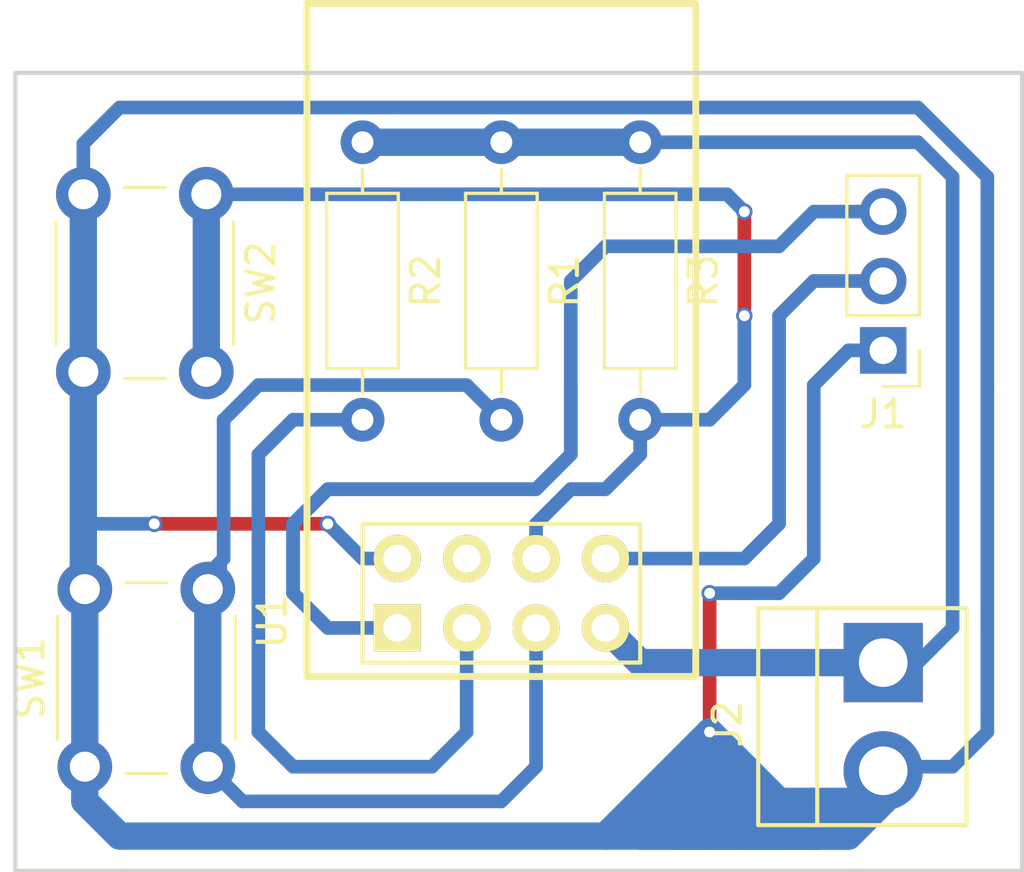
<source format=kicad_pcb>
(kicad_pcb (version 4) (host pcbnew 4.0.6)

  (general
    (links 19)
    (no_connects 0)
    (area 184.074999 77.394999 221.055001 106.755001)
    (thickness 1.6)
    (drawings 6)
    (tracks 189)
    (zones 0)
    (modules 8)
    (nets 9)
  )

  (page A4)
  (layers
    (0 F.Cu signal)
    (31 B.Cu signal)
    (32 B.Adhes user)
    (33 F.Adhes user)
    (34 B.Paste user)
    (35 F.Paste user)
    (36 B.SilkS user)
    (37 F.SilkS user)
    (38 B.Mask user)
    (39 F.Mask user)
    (40 Dwgs.User user)
    (41 Cmts.User user)
    (42 Eco1.User user)
    (43 Eco2.User user)
    (44 Edge.Cuts user)
    (45 Margin user)
    (46 B.CrtYd user)
    (47 F.CrtYd user)
    (48 B.Fab user)
    (49 F.Fab user)
  )

  (setup
    (last_trace_width 0.5)
    (user_trace_width 0.3)
    (user_trace_width 0.4)
    (user_trace_width 0.5)
    (user_trace_width 0.75)
    (user_trace_width 1)
    (user_trace_width 1.25)
    (user_trace_width 2)
    (user_trace_width 2.5)
    (trace_clearance 0.2)
    (zone_clearance 0.508)
    (zone_45_only no)
    (trace_min 0.2)
    (segment_width 0.2)
    (edge_width 0.15)
    (via_size 0.6)
    (via_drill 0.4)
    (via_min_size 0.4)
    (via_min_drill 0.3)
    (user_via 0.6 0.4)
    (user_via 0.8 0.4)
    (user_via 1 0.4)
    (user_via 1.2 0.4)
    (user_via 1.5 0.4)
    (uvia_size 0.3)
    (uvia_drill 0.1)
    (uvias_allowed no)
    (uvia_min_size 0.2)
    (uvia_min_drill 0.1)
    (pcb_text_width 0.3)
    (pcb_text_size 1.5 1.5)
    (mod_edge_width 0.15)
    (mod_text_size 1 1)
    (mod_text_width 0.15)
    (pad_size 1.524 1.524)
    (pad_drill 0.762)
    (pad_to_mask_clearance 0.2)
    (aux_axis_origin 0 0)
    (visible_elements 7FFFFFFF)
    (pcbplotparams
      (layerselection 0x00030_80000001)
      (usegerberextensions false)
      (excludeedgelayer true)
      (linewidth 0.100000)
      (plotframeref false)
      (viasonmask false)
      (mode 1)
      (useauxorigin false)
      (hpglpennumber 1)
      (hpglpenspeed 20)
      (hpglpendiameter 15)
      (hpglpenoverlay 2)
      (psnegative false)
      (psa4output false)
      (plotreference true)
      (plotvalue true)
      (plotinvisibletext false)
      (padsonsilk false)
      (subtractmaskfromsilk false)
      (outputformat 1)
      (mirror false)
      (drillshape 1)
      (scaleselection 1)
      (outputdirectory ""))
  )

  (net 0 "")
  (net 1 GNDREF)
  (net 2 "Net-(J1-Pad2)")
  (net 3 "Net-(J1-Pad3)")
  (net 4 +3V3)
  (net 5 "Net-(R1-Pad2)")
  (net 6 "Net-(R2-Pad2)")
  (net 7 "Net-(R3-Pad2)")
  (net 8 "Net-(U1-Pad4)")

  (net_class Default "Questo è il gruppo di collegamenti predefinito"
    (clearance 0.2)
    (trace_width 0.25)
    (via_dia 0.6)
    (via_drill 0.4)
    (uvia_dia 0.3)
    (uvia_drill 0.1)
    (add_net +3V3)
    (add_net GNDREF)
    (add_net "Net-(J1-Pad2)")
    (add_net "Net-(J1-Pad3)")
    (add_net "Net-(R1-Pad2)")
    (add_net "Net-(R2-Pad2)")
    (add_net "Net-(R3-Pad2)")
    (add_net "Net-(U1-Pad4)")
  )

  (net_class Custom ""
    (clearance 0.35)
    (trace_width 0.5)
    (via_dia 1.2)
    (via_drill 0.4)
    (uvia_dia 0.3)
    (uvia_drill 0.1)
  )

  (module ESP8266:ESP-01 (layer F.Cu) (tedit 577EF889) (tstamp 594BB4DC)
    (at 198.12 97.79 90)
    (descr "Module, ESP-8266, ESP-01, 8 pin")
    (tags "Module ESP-8266 ESP8266")
    (path /594AD322)
    (fp_text reference U1 (at 0.254 -4.572 90) (layer F.SilkS)
      (effects (font (size 1 1) (thickness 0.15)))
    )
    (fp_text value ESP-01v090 (at 12.192 3.556 90) (layer F.Fab)
      (effects (font (size 1 1) (thickness 0.15)))
    )
    (fp_line (start -1.778 -3.302) (end 22.86 -3.302) (layer F.SilkS) (width 0.254))
    (fp_line (start 22.86 -3.302) (end 22.86 10.922) (layer F.SilkS) (width 0.254))
    (fp_line (start 22.86 10.922) (end -1.778 10.922) (layer F.SilkS) (width 0.254))
    (fp_line (start -1.778 10.922) (end -1.778 -3.302) (layer F.SilkS) (width 0.254))
    (fp_line (start -1.778 -3.302) (end 22.86 -3.302) (layer F.Fab) (width 0.05))
    (fp_line (start 22.86 -3.302) (end 22.86 10.922) (layer F.Fab) (width 0.05))
    (fp_line (start 22.86 10.922) (end -1.778 10.922) (layer F.Fab) (width 0.05))
    (fp_line (start -1.778 10.922) (end -1.778 -3.302) (layer F.Fab) (width 0.05))
    (fp_line (start 1.27 -1.27) (end -1.27 -1.27) (layer F.SilkS) (width 0.1524))
    (fp_line (start -1.27 -1.27) (end -1.27 1.27) (layer F.SilkS) (width 0.1524))
    (fp_line (start -1.75 -1.75) (end -1.75 9.4) (layer F.CrtYd) (width 0.05))
    (fp_line (start 4.3 -1.75) (end 4.3 9.4) (layer F.CrtYd) (width 0.05))
    (fp_line (start -1.75 -1.75) (end 4.3 -1.75) (layer F.CrtYd) (width 0.05))
    (fp_line (start -1.75 9.4) (end 4.3 9.4) (layer F.CrtYd) (width 0.05))
    (fp_line (start -1.27 1.27) (end -1.27 8.89) (layer F.SilkS) (width 0.1524))
    (fp_line (start -1.27 8.89) (end 3.81 8.89) (layer F.SilkS) (width 0.1524))
    (fp_line (start 3.81 8.89) (end 3.81 -1.27) (layer F.SilkS) (width 0.1524))
    (fp_line (start 3.81 -1.27) (end 1.27 -1.27) (layer F.SilkS) (width 0.1524))
    (pad 1 thru_hole rect (at 0 0 90) (size 1.7272 1.7272) (drill 1.016) (layers *.Cu *.Mask F.SilkS)
      (net 3 "Net-(J1-Pad3)"))
    (pad 2 thru_hole oval (at 2.54 0 90) (size 1.7272 1.7272) (drill 1.016) (layers *.Cu *.Mask F.SilkS)
      (net 1 GNDREF))
    (pad 3 thru_hole oval (at 0 2.54 90) (size 1.7272 1.7272) (drill 1.016) (layers *.Cu *.Mask F.SilkS)
      (net 6 "Net-(R2-Pad2)"))
    (pad 4 thru_hole oval (at 2.54 2.54 90) (size 1.7272 1.7272) (drill 1.016) (layers *.Cu *.Mask F.SilkS)
      (net 8 "Net-(U1-Pad4)"))
    (pad 5 thru_hole oval (at 0 5.08 90) (size 1.7272 1.7272) (drill 1.016) (layers *.Cu *.Mask F.SilkS)
      (net 5 "Net-(R1-Pad2)"))
    (pad 6 thru_hole oval (at 2.54 5.08 90) (size 1.7272 1.7272) (drill 1.016) (layers *.Cu *.Mask F.SilkS)
      (net 7 "Net-(R3-Pad2)"))
    (pad 7 thru_hole oval (at 0 7.62 90) (size 1.7272 1.7272) (drill 1.016) (layers *.Cu *.Mask F.SilkS)
      (net 4 +3V3))
    (pad 8 thru_hole oval (at 2.54 7.62 90) (size 1.7272 1.7272) (drill 1.016) (layers *.Cu *.Mask F.SilkS)
      (net 2 "Net-(J1-Pad2)"))
  )

  (module Pin_Headers:Pin_Header_Straight_1x03_Pitch2.54mm (layer F.Cu) (tedit 58CD4EC1) (tstamp 594BB43E)
    (at 215.9 87.63 180)
    (descr "Through hole straight pin header, 1x03, 2.54mm pitch, single row")
    (tags "Through hole pin header THT 1x03 2.54mm single row")
    (path /594AE210)
    (fp_text reference J1 (at 0 -2.33 180) (layer F.SilkS)
      (effects (font (size 1 1) (thickness 0.15)))
    )
    (fp_text value SERIAL (at 0 7.41 180) (layer F.Fab)
      (effects (font (size 1 1) (thickness 0.15)))
    )
    (fp_line (start -1.27 -1.27) (end -1.27 6.35) (layer F.Fab) (width 0.1))
    (fp_line (start -1.27 6.35) (end 1.27 6.35) (layer F.Fab) (width 0.1))
    (fp_line (start 1.27 6.35) (end 1.27 -1.27) (layer F.Fab) (width 0.1))
    (fp_line (start 1.27 -1.27) (end -1.27 -1.27) (layer F.Fab) (width 0.1))
    (fp_line (start -1.33 1.27) (end -1.33 6.41) (layer F.SilkS) (width 0.12))
    (fp_line (start -1.33 6.41) (end 1.33 6.41) (layer F.SilkS) (width 0.12))
    (fp_line (start 1.33 6.41) (end 1.33 1.27) (layer F.SilkS) (width 0.12))
    (fp_line (start 1.33 1.27) (end -1.33 1.27) (layer F.SilkS) (width 0.12))
    (fp_line (start -1.33 0) (end -1.33 -1.33) (layer F.SilkS) (width 0.12))
    (fp_line (start -1.33 -1.33) (end 0 -1.33) (layer F.SilkS) (width 0.12))
    (fp_line (start -1.8 -1.8) (end -1.8 6.85) (layer F.CrtYd) (width 0.05))
    (fp_line (start -1.8 6.85) (end 1.8 6.85) (layer F.CrtYd) (width 0.05))
    (fp_line (start 1.8 6.85) (end 1.8 -1.8) (layer F.CrtYd) (width 0.05))
    (fp_line (start 1.8 -1.8) (end -1.8 -1.8) (layer F.CrtYd) (width 0.05))
    (fp_text user %R (at 0 -2.33 180) (layer F.Fab)
      (effects (font (size 1 1) (thickness 0.15)))
    )
    (pad 1 thru_hole rect (at 0 0 180) (size 1.7 1.7) (drill 1) (layers *.Cu *.Mask)
      (net 1 GNDREF))
    (pad 2 thru_hole oval (at 0 2.54 180) (size 1.7 1.7) (drill 1) (layers *.Cu *.Mask)
      (net 2 "Net-(J1-Pad2)"))
    (pad 3 thru_hole oval (at 0 5.08 180) (size 1.7 1.7) (drill 1) (layers *.Cu *.Mask)
      (net 3 "Net-(J1-Pad3)"))
    (model ${KISYS3DMOD}/Pin_Headers.3dshapes/Pin_Header_Straight_1x03_Pitch2.54mm.wrl
      (at (xyz 0 -0.1 0))
      (scale (xyz 1 1 1))
      (rotate (xyz 0 0 90))
    )
  )

  (module Resistors_THT:R_Axial_DIN0207_L6.3mm_D2.5mm_P10.16mm_Horizontal (layer F.Cu) (tedit 5874F706) (tstamp 594BB454)
    (at 201.93 80.01 270)
    (descr "Resistor, Axial_DIN0207 series, Axial, Horizontal, pin pitch=10.16mm, 0.25W = 1/4W, length*diameter=6.3*2.5mm^2, http://cdn-reichelt.de/documents/datenblatt/B400/1_4W%23YAG.pdf")
    (tags "Resistor Axial_DIN0207 series Axial Horizontal pin pitch 10.16mm 0.25W = 1/4W length 6.3mm diameter 2.5mm")
    (path /594AD62D)
    (fp_text reference R1 (at 5.08 -2.31 270) (layer F.SilkS)
      (effects (font (size 1 1) (thickness 0.15)))
    )
    (fp_text value 10K (at 5.08 2.31 270) (layer F.Fab)
      (effects (font (size 1 1) (thickness 0.15)))
    )
    (fp_line (start 1.93 -1.25) (end 1.93 1.25) (layer F.Fab) (width 0.1))
    (fp_line (start 1.93 1.25) (end 8.23 1.25) (layer F.Fab) (width 0.1))
    (fp_line (start 8.23 1.25) (end 8.23 -1.25) (layer F.Fab) (width 0.1))
    (fp_line (start 8.23 -1.25) (end 1.93 -1.25) (layer F.Fab) (width 0.1))
    (fp_line (start 0 0) (end 1.93 0) (layer F.Fab) (width 0.1))
    (fp_line (start 10.16 0) (end 8.23 0) (layer F.Fab) (width 0.1))
    (fp_line (start 1.87 -1.31) (end 1.87 1.31) (layer F.SilkS) (width 0.12))
    (fp_line (start 1.87 1.31) (end 8.29 1.31) (layer F.SilkS) (width 0.12))
    (fp_line (start 8.29 1.31) (end 8.29 -1.31) (layer F.SilkS) (width 0.12))
    (fp_line (start 8.29 -1.31) (end 1.87 -1.31) (layer F.SilkS) (width 0.12))
    (fp_line (start 0.98 0) (end 1.87 0) (layer F.SilkS) (width 0.12))
    (fp_line (start 9.18 0) (end 8.29 0) (layer F.SilkS) (width 0.12))
    (fp_line (start -1.05 -1.6) (end -1.05 1.6) (layer F.CrtYd) (width 0.05))
    (fp_line (start -1.05 1.6) (end 11.25 1.6) (layer F.CrtYd) (width 0.05))
    (fp_line (start 11.25 1.6) (end 11.25 -1.6) (layer F.CrtYd) (width 0.05))
    (fp_line (start 11.25 -1.6) (end -1.05 -1.6) (layer F.CrtYd) (width 0.05))
    (pad 1 thru_hole circle (at 0 0 270) (size 1.6 1.6) (drill 0.8) (layers *.Cu *.Mask)
      (net 4 +3V3))
    (pad 2 thru_hole oval (at 10.16 0 270) (size 1.6 1.6) (drill 0.8) (layers *.Cu *.Mask)
      (net 5 "Net-(R1-Pad2)"))
    (model Resistors_THT.3dshapes/R_Axial_DIN0207_L6.3mm_D2.5mm_P10.16mm_Horizontal.wrl
      (at (xyz 0 0 0))
      (scale (xyz 0.393701 0.393701 0.393701))
      (rotate (xyz 0 0 0))
    )
  )

  (module Resistors_THT:R_Axial_DIN0207_L6.3mm_D2.5mm_P10.16mm_Horizontal (layer F.Cu) (tedit 5874F706) (tstamp 594BB46A)
    (at 196.85 80.01 270)
    (descr "Resistor, Axial_DIN0207 series, Axial, Horizontal, pin pitch=10.16mm, 0.25W = 1/4W, length*diameter=6.3*2.5mm^2, http://cdn-reichelt.de/documents/datenblatt/B400/1_4W%23YAG.pdf")
    (tags "Resistor Axial_DIN0207 series Axial Horizontal pin pitch 10.16mm 0.25W = 1/4W length 6.3mm diameter 2.5mm")
    (path /594AD5E8)
    (fp_text reference R2 (at 5.08 -2.31 270) (layer F.SilkS)
      (effects (font (size 1 1) (thickness 0.15)))
    )
    (fp_text value 10K (at 5.08 2.31 270) (layer F.Fab)
      (effects (font (size 1 1) (thickness 0.15)))
    )
    (fp_line (start 1.93 -1.25) (end 1.93 1.25) (layer F.Fab) (width 0.1))
    (fp_line (start 1.93 1.25) (end 8.23 1.25) (layer F.Fab) (width 0.1))
    (fp_line (start 8.23 1.25) (end 8.23 -1.25) (layer F.Fab) (width 0.1))
    (fp_line (start 8.23 -1.25) (end 1.93 -1.25) (layer F.Fab) (width 0.1))
    (fp_line (start 0 0) (end 1.93 0) (layer F.Fab) (width 0.1))
    (fp_line (start 10.16 0) (end 8.23 0) (layer F.Fab) (width 0.1))
    (fp_line (start 1.87 -1.31) (end 1.87 1.31) (layer F.SilkS) (width 0.12))
    (fp_line (start 1.87 1.31) (end 8.29 1.31) (layer F.SilkS) (width 0.12))
    (fp_line (start 8.29 1.31) (end 8.29 -1.31) (layer F.SilkS) (width 0.12))
    (fp_line (start 8.29 -1.31) (end 1.87 -1.31) (layer F.SilkS) (width 0.12))
    (fp_line (start 0.98 0) (end 1.87 0) (layer F.SilkS) (width 0.12))
    (fp_line (start 9.18 0) (end 8.29 0) (layer F.SilkS) (width 0.12))
    (fp_line (start -1.05 -1.6) (end -1.05 1.6) (layer F.CrtYd) (width 0.05))
    (fp_line (start -1.05 1.6) (end 11.25 1.6) (layer F.CrtYd) (width 0.05))
    (fp_line (start 11.25 1.6) (end 11.25 -1.6) (layer F.CrtYd) (width 0.05))
    (fp_line (start 11.25 -1.6) (end -1.05 -1.6) (layer F.CrtYd) (width 0.05))
    (pad 1 thru_hole circle (at 0 0 270) (size 1.6 1.6) (drill 0.8) (layers *.Cu *.Mask)
      (net 4 +3V3))
    (pad 2 thru_hole oval (at 10.16 0 270) (size 1.6 1.6) (drill 0.8) (layers *.Cu *.Mask)
      (net 6 "Net-(R2-Pad2)"))
    (model Resistors_THT.3dshapes/R_Axial_DIN0207_L6.3mm_D2.5mm_P10.16mm_Horizontal.wrl
      (at (xyz 0 0 0))
      (scale (xyz 0.393701 0.393701 0.393701))
      (rotate (xyz 0 0 0))
    )
  )

  (module Resistors_THT:R_Axial_DIN0207_L6.3mm_D2.5mm_P10.16mm_Horizontal (layer F.Cu) (tedit 5874F706) (tstamp 594BB480)
    (at 207.01 80.01 270)
    (descr "Resistor, Axial_DIN0207 series, Axial, Horizontal, pin pitch=10.16mm, 0.25W = 1/4W, length*diameter=6.3*2.5mm^2, http://cdn-reichelt.de/documents/datenblatt/B400/1_4W%23YAG.pdf")
    (tags "Resistor Axial_DIN0207 series Axial Horizontal pin pitch 10.16mm 0.25W = 1/4W length 6.3mm diameter 2.5mm")
    (path /594ADCFA)
    (fp_text reference R3 (at 5.08 -2.31 270) (layer F.SilkS)
      (effects (font (size 1 1) (thickness 0.15)))
    )
    (fp_text value 10K (at 5.08 2.31 270) (layer F.Fab)
      (effects (font (size 1 1) (thickness 0.15)))
    )
    (fp_line (start 1.93 -1.25) (end 1.93 1.25) (layer F.Fab) (width 0.1))
    (fp_line (start 1.93 1.25) (end 8.23 1.25) (layer F.Fab) (width 0.1))
    (fp_line (start 8.23 1.25) (end 8.23 -1.25) (layer F.Fab) (width 0.1))
    (fp_line (start 8.23 -1.25) (end 1.93 -1.25) (layer F.Fab) (width 0.1))
    (fp_line (start 0 0) (end 1.93 0) (layer F.Fab) (width 0.1))
    (fp_line (start 10.16 0) (end 8.23 0) (layer F.Fab) (width 0.1))
    (fp_line (start 1.87 -1.31) (end 1.87 1.31) (layer F.SilkS) (width 0.12))
    (fp_line (start 1.87 1.31) (end 8.29 1.31) (layer F.SilkS) (width 0.12))
    (fp_line (start 8.29 1.31) (end 8.29 -1.31) (layer F.SilkS) (width 0.12))
    (fp_line (start 8.29 -1.31) (end 1.87 -1.31) (layer F.SilkS) (width 0.12))
    (fp_line (start 0.98 0) (end 1.87 0) (layer F.SilkS) (width 0.12))
    (fp_line (start 9.18 0) (end 8.29 0) (layer F.SilkS) (width 0.12))
    (fp_line (start -1.05 -1.6) (end -1.05 1.6) (layer F.CrtYd) (width 0.05))
    (fp_line (start -1.05 1.6) (end 11.25 1.6) (layer F.CrtYd) (width 0.05))
    (fp_line (start 11.25 1.6) (end 11.25 -1.6) (layer F.CrtYd) (width 0.05))
    (fp_line (start 11.25 -1.6) (end -1.05 -1.6) (layer F.CrtYd) (width 0.05))
    (pad 1 thru_hole circle (at 0 0 270) (size 1.6 1.6) (drill 0.8) (layers *.Cu *.Mask)
      (net 4 +3V3))
    (pad 2 thru_hole oval (at 10.16 0 270) (size 1.6 1.6) (drill 0.8) (layers *.Cu *.Mask)
      (net 7 "Net-(R3-Pad2)"))
    (model Resistors_THT.3dshapes/R_Axial_DIN0207_L6.3mm_D2.5mm_P10.16mm_Horizontal.wrl
      (at (xyz 0 0 0))
      (scale (xyz 0.393701 0.393701 0.393701))
      (rotate (xyz 0 0 0))
    )
  )

  (module Buttons_Switches_THT:SW_PUSH_6mm (layer F.Cu) (tedit 5923F252) (tstamp 594BB49F)
    (at 186.69 102.87 90)
    (descr https://www.omron.com/ecb/products/pdf/en-b3f.pdf)
    (tags "tact sw push 6mm")
    (path /594AD8F2)
    (fp_text reference SW1 (at 3.25 -2 90) (layer F.SilkS)
      (effects (font (size 1 1) (thickness 0.15)))
    )
    (fp_text value Reset (at 3.75 6.7 90) (layer F.Fab)
      (effects (font (size 1 1) (thickness 0.15)))
    )
    (fp_text user %R (at 3.25 2.25 90) (layer F.Fab)
      (effects (font (size 1 1) (thickness 0.15)))
    )
    (fp_line (start 3.25 -0.75) (end 6.25 -0.75) (layer F.Fab) (width 0.1))
    (fp_line (start 6.25 -0.75) (end 6.25 5.25) (layer F.Fab) (width 0.1))
    (fp_line (start 6.25 5.25) (end 0.25 5.25) (layer F.Fab) (width 0.1))
    (fp_line (start 0.25 5.25) (end 0.25 -0.75) (layer F.Fab) (width 0.1))
    (fp_line (start 0.25 -0.75) (end 3.25 -0.75) (layer F.Fab) (width 0.1))
    (fp_line (start 7.75 6) (end 8 6) (layer F.CrtYd) (width 0.05))
    (fp_line (start 8 6) (end 8 5.75) (layer F.CrtYd) (width 0.05))
    (fp_line (start 7.75 -1.5) (end 8 -1.5) (layer F.CrtYd) (width 0.05))
    (fp_line (start 8 -1.5) (end 8 -1.25) (layer F.CrtYd) (width 0.05))
    (fp_line (start -1.5 -1.25) (end -1.5 -1.5) (layer F.CrtYd) (width 0.05))
    (fp_line (start -1.5 -1.5) (end -1.25 -1.5) (layer F.CrtYd) (width 0.05))
    (fp_line (start -1.5 5.75) (end -1.5 6) (layer F.CrtYd) (width 0.05))
    (fp_line (start -1.5 6) (end -1.25 6) (layer F.CrtYd) (width 0.05))
    (fp_line (start -1.25 -1.5) (end 7.75 -1.5) (layer F.CrtYd) (width 0.05))
    (fp_line (start -1.5 5.75) (end -1.5 -1.25) (layer F.CrtYd) (width 0.05))
    (fp_line (start 7.75 6) (end -1.25 6) (layer F.CrtYd) (width 0.05))
    (fp_line (start 8 -1.25) (end 8 5.75) (layer F.CrtYd) (width 0.05))
    (fp_line (start 1 5.5) (end 5.5 5.5) (layer F.SilkS) (width 0.12))
    (fp_line (start -0.25 1.5) (end -0.25 3) (layer F.SilkS) (width 0.12))
    (fp_line (start 5.5 -1) (end 1 -1) (layer F.SilkS) (width 0.12))
    (fp_line (start 6.75 3) (end 6.75 1.5) (layer F.SilkS) (width 0.12))
    (fp_circle (center 3.25 2.25) (end 1.25 2.5) (layer F.Fab) (width 0.1))
    (pad 2 thru_hole circle (at 0 4.5 180) (size 2 2) (drill 1.1) (layers *.Cu *.Mask)
      (net 5 "Net-(R1-Pad2)"))
    (pad 1 thru_hole circle (at 0 0 180) (size 2 2) (drill 1.1) (layers *.Cu *.Mask)
      (net 1 GNDREF))
    (pad 2 thru_hole circle (at 6.5 4.5 180) (size 2 2) (drill 1.1) (layers *.Cu *.Mask)
      (net 5 "Net-(R1-Pad2)"))
    (pad 1 thru_hole circle (at 6.5 0 180) (size 2 2) (drill 1.1) (layers *.Cu *.Mask)
      (net 1 GNDREF))
    (model ${KISYS3DMOD}/Buttons_Switches_THT.3dshapes/SW_PUSH_6mm.wrl
      (at (xyz 0.005 0 0))
      (scale (xyz 0.3937 0.3937 0.3937))
      (rotate (xyz 0 0 0))
    )
  )

  (module Buttons_Switches_THT:SW_PUSH_6mm (layer F.Cu) (tedit 5923F252) (tstamp 594BB4BE)
    (at 191.135 81.915 270)
    (descr https://www.omron.com/ecb/products/pdf/en-b3f.pdf)
    (tags "tact sw push 6mm")
    (path /594ADD7F)
    (fp_text reference SW2 (at 3.25 -2 270) (layer F.SilkS)
      (effects (font (size 1 1) (thickness 0.15)))
    )
    (fp_text value PROG (at 3.75 6.7 270) (layer F.Fab)
      (effects (font (size 1 1) (thickness 0.15)))
    )
    (fp_text user %R (at 3.25 2.25 270) (layer F.Fab)
      (effects (font (size 1 1) (thickness 0.15)))
    )
    (fp_line (start 3.25 -0.75) (end 6.25 -0.75) (layer F.Fab) (width 0.1))
    (fp_line (start 6.25 -0.75) (end 6.25 5.25) (layer F.Fab) (width 0.1))
    (fp_line (start 6.25 5.25) (end 0.25 5.25) (layer F.Fab) (width 0.1))
    (fp_line (start 0.25 5.25) (end 0.25 -0.75) (layer F.Fab) (width 0.1))
    (fp_line (start 0.25 -0.75) (end 3.25 -0.75) (layer F.Fab) (width 0.1))
    (fp_line (start 7.75 6) (end 8 6) (layer F.CrtYd) (width 0.05))
    (fp_line (start 8 6) (end 8 5.75) (layer F.CrtYd) (width 0.05))
    (fp_line (start 7.75 -1.5) (end 8 -1.5) (layer F.CrtYd) (width 0.05))
    (fp_line (start 8 -1.5) (end 8 -1.25) (layer F.CrtYd) (width 0.05))
    (fp_line (start -1.5 -1.25) (end -1.5 -1.5) (layer F.CrtYd) (width 0.05))
    (fp_line (start -1.5 -1.5) (end -1.25 -1.5) (layer F.CrtYd) (width 0.05))
    (fp_line (start -1.5 5.75) (end -1.5 6) (layer F.CrtYd) (width 0.05))
    (fp_line (start -1.5 6) (end -1.25 6) (layer F.CrtYd) (width 0.05))
    (fp_line (start -1.25 -1.5) (end 7.75 -1.5) (layer F.CrtYd) (width 0.05))
    (fp_line (start -1.5 5.75) (end -1.5 -1.25) (layer F.CrtYd) (width 0.05))
    (fp_line (start 7.75 6) (end -1.25 6) (layer F.CrtYd) (width 0.05))
    (fp_line (start 8 -1.25) (end 8 5.75) (layer F.CrtYd) (width 0.05))
    (fp_line (start 1 5.5) (end 5.5 5.5) (layer F.SilkS) (width 0.12))
    (fp_line (start -0.25 1.5) (end -0.25 3) (layer F.SilkS) (width 0.12))
    (fp_line (start 5.5 -1) (end 1 -1) (layer F.SilkS) (width 0.12))
    (fp_line (start 6.75 3) (end 6.75 1.5) (layer F.SilkS) (width 0.12))
    (fp_circle (center 3.25 2.25) (end 1.25 2.5) (layer F.Fab) (width 0.1))
    (pad 2 thru_hole circle (at 0 4.5) (size 2 2) (drill 1.1) (layers *.Cu *.Mask)
      (net 1 GNDREF))
    (pad 1 thru_hole circle (at 0 0) (size 2 2) (drill 1.1) (layers *.Cu *.Mask)
      (net 7 "Net-(R3-Pad2)"))
    (pad 2 thru_hole circle (at 6.5 4.5) (size 2 2) (drill 1.1) (layers *.Cu *.Mask)
      (net 1 GNDREF))
    (pad 1 thru_hole circle (at 6.5 0) (size 2 2) (drill 1.1) (layers *.Cu *.Mask)
      (net 7 "Net-(R3-Pad2)"))
    (model ${KISYS3DMOD}/Buttons_Switches_THT.3dshapes/SW_PUSH_6mm.wrl
      (at (xyz 0.005 0 0))
      (scale (xyz 0.3937 0.3937 0.3937))
      (rotate (xyz 0 0 0))
    )
  )

  (module Pin_Headers:Pin_Header_Straight_1x02_Pitch3.96mm_Friction_Lock (layer F.Cu) (tedit 551E6FC5) (tstamp 594BD782)
    (at 215.9 99.06 270)
    (descr "Header Pin, Unshrouded, Friction Lock, Pitch 0.156\" (3.96mm)")
    (tags "Pin Header Straight 1x02 Pitch3.96mm 640445-2")
    (path /594BB920)
    (fp_text reference J2 (at 2.25 5.7 270) (layer F.SilkS)
      (effects (font (size 1 1) (thickness 0.15)))
    )
    (fp_text value Power (at 2.45 -4.15 270) (layer F.Fab)
      (effects (font (size 1 1) (thickness 0.15)))
    )
    (fp_line (start -2.25 -3.3) (end 6.2 -3.3) (layer F.CrtYd) (width 0.05))
    (fp_line (start 6.2 -3.3) (end 6.2 4.85) (layer F.CrtYd) (width 0.05))
    (fp_line (start 6.2 4.85) (end -2.25 4.85) (layer F.CrtYd) (width 0.05))
    (fp_line (start -2.25 4.85) (end -2.25 -3.3) (layer F.CrtYd) (width 0.05))
    (fp_line (start -1.9939 -3.048) (end 5.9309 -3.048) (layer F.SilkS) (width 0.15))
    (fp_line (start -1.9939 4.572) (end 5.9309 4.572) (layer F.SilkS) (width 0.15))
    (fp_line (start -1.9939 2.413) (end 5.9309 2.413) (layer F.SilkS) (width 0.15))
    (fp_line (start 5.95 -3.048) (end 5.95 4.572) (layer F.SilkS) (width 0.15))
    (fp_line (start -1.9939 -3.048) (end -1.9939 4.572) (layer F.SilkS) (width 0.15))
    (pad 1 thru_hole rect (at 0 0 270) (size 2.9 2.9) (drill 1.78) (layers *.Cu *.Mask)
      (net 4 +3V3))
    (pad 2 thru_hole circle (at 3.96 0 270) (size 2.9 2.9) (drill 1.78) (layers *.Cu *.Mask)
      (net 1 GNDREF))
    (model Pin_Headers.3dshapes/Pin_Header_Straight_1x02_Pitch3.96mm_Friction_Lock.wrl
      (at (xyz 0.08 0 0.125))
      (scale (xyz 0.39 0.39 0.39))
      (rotate (xyz 0 0 180))
    )
  )

  (gr_line (start 220.98 106.68) (end 219.71 106.68) (angle 90) (layer Edge.Cuts) (width 0.15))
  (gr_line (start 220.98 77.47) (end 220.98 106.68) (angle 90) (layer Edge.Cuts) (width 0.15))
  (gr_line (start 219.71 77.47) (end 220.98 77.47) (angle 90) (layer Edge.Cuts) (width 0.15))
  (gr_line (start 184.15 106.68) (end 184.15 77.47) (angle 90) (layer Edge.Cuts) (width 0.15))
  (gr_line (start 219.71 106.68) (end 184.15 106.68) (angle 90) (layer Edge.Cuts) (width 0.15))
  (gr_line (start 184.15 77.47) (end 219.71 77.47) (angle 90) (layer Edge.Cuts) (width 0.15))

  (segment (start 212.09 105.41) (end 213.36 104.14) (width 1) (layer B.Cu) (net 1))
  (segment (start 213.36 104.14) (end 213.36 105.41) (width 1) (layer B.Cu) (net 1) (tstamp 594BEB6A))
  (segment (start 213.36 105.41) (end 213.51 105.41) (width 1) (layer B.Cu) (net 1) (tstamp 594BEB6B))
  (segment (start 212.09 104.14) (end 214.78 104.14) (width 1) (layer B.Cu) (net 1))
  (segment (start 213.51 105.41) (end 212.09 105.41) (width 1) (layer B.Cu) (net 1) (tstamp 594BEB67))
  (segment (start 214.78 104.14) (end 213.51 105.41) (width 1) (layer B.Cu) (net 1) (tstamp 594BEB66))
  (segment (start 210.82 102.87) (end 208.28 105.41) (width 1) (layer B.Cu) (net 1))
  (segment (start 209.55 101.6) (end 209.55 102.87) (width 1) (layer B.Cu) (net 1))
  (segment (start 209.55 102.87) (end 207.01 105.41) (width 1) (layer B.Cu) (net 1) (tstamp 594BEB52))
  (segment (start 207.01 105.41) (end 209.55 105.41) (width 1) (layer B.Cu) (net 1) (tstamp 594BEB53))
  (segment (start 209.55 105.41) (end 209.55 104.14) (width 1) (layer B.Cu) (net 1) (tstamp 594BEB55))
  (segment (start 209.55 104.14) (end 209.55 102.87) (width 1) (layer B.Cu) (net 1) (tstamp 594BEB56))
  (segment (start 209.55 102.87) (end 210.82 102.87) (width 1) (layer B.Cu) (net 1) (tstamp 594BEB58))
  (segment (start 210.82 102.87) (end 210.82 105.41) (width 1) (layer B.Cu) (net 1) (tstamp 594BEB59))
  (segment (start 210.82 105.41) (end 212.09 105.41) (width 1) (layer B.Cu) (net 1) (tstamp 594BEB5A))
  (segment (start 212.09 105.41) (end 210.82 104.14) (width 1) (layer B.Cu) (net 1) (tstamp 594BEB5B))
  (segment (start 205.74 105.41) (end 209.55 101.6) (width 1) (layer B.Cu) (net 1))
  (segment (start 209.55 101.6) (end 212.09 104.14) (width 1) (layer B.Cu) (net 1) (tstamp 594BEB44))
  (segment (start 212.09 104.14) (end 213.36 105.41) (width 1) (layer B.Cu) (net 1) (tstamp 594BEB64))
  (segment (start 208.28 105.41) (end 212.09 105.41) (width 1) (layer B.Cu) (net 1) (tstamp 594BEB4C))
  (segment (start 208.28 104.14) (end 208.28 105.41) (width 1) (layer B.Cu) (net 1) (tstamp 594BEB4B))
  (segment (start 210.82 104.14) (end 208.28 104.14) (width 1) (layer B.Cu) (net 1) (tstamp 594BEB4A))
  (segment (start 209.55 104.14) (end 210.82 104.14) (width 1) (layer B.Cu) (net 1) (tstamp 594BEB48))
  (segment (start 210.82 105.41) (end 209.55 104.14) (width 1) (layer B.Cu) (net 1) (tstamp 594BEB46))
  (segment (start 213.36 105.41) (end 210.82 105.41) (width 1) (layer B.Cu) (net 1) (tstamp 594BEB45))
  (segment (start 186.69 102.87) (end 186.69 104.14) (width 1) (layer B.Cu) (net 1))
  (segment (start 186.69 104.14) (end 187.96 105.41) (width 1) (layer B.Cu) (net 1) (tstamp 594BEB35))
  (segment (start 187.96 105.41) (end 205.74 105.41) (width 1) (layer B.Cu) (net 1) (tstamp 594BEB36))
  (segment (start 205.74 105.41) (end 209.55 105.41) (width 1) (layer B.Cu) (net 1) (tstamp 594BEB42))
  (segment (start 209.55 105.41) (end 212.09 105.41) (width 1) (layer B.Cu) (net 1) (tstamp 594BEB37))
  (segment (start 212.09 105.41) (end 214.63 105.41) (width 1) (layer B.Cu) (net 1) (tstamp 594BEB4F))
  (segment (start 214.63 105.41) (end 215.9 104.14) (width 1) (layer B.Cu) (net 1) (tstamp 594BEB3B))
  (segment (start 215.9 104.14) (end 215.9 103.02) (width 1) (layer B.Cu) (net 1) (tstamp 594BEB3D))
  (segment (start 189.23 93.98) (end 195.58 93.98) (width 0.5) (layer F.Cu) (net 1))
  (segment (start 209.55 96.52) (end 209.55 101.6) (width 0.5) (layer F.Cu) (net 1))
  (segment (start 212.09 96.52) (end 213.36 95.25) (width 0.5) (layer B.Cu) (net 1) (tstamp 594BE8FD))
  (segment (start 210.82 96.52) (end 212.09 96.52) (width 0.5) (layer B.Cu) (net 1) (tstamp 594BE8FC))
  (segment (start 209.55 96.52) (end 210.82 96.52) (width 0.5) (layer B.Cu) (net 1) (tstamp 594BE8FB))
  (via (at 209.55 96.52) (size 0.6) (drill 0.4) (layers F.Cu B.Cu) (net 1))
  (via (at 209.55 101.6) (size 0.6) (drill 0.4) (layers F.Cu B.Cu) (net 1))
  (segment (start 214.63 87.63) (end 213.36 88.9) (width 0.5) (layer B.Cu) (net 1) (tstamp 594BE99A))
  (segment (start 213.36 88.9) (end 213.36 95.25) (width 0.5) (layer B.Cu) (net 1) (tstamp 594BE99B))
  (segment (start 215.9 87.63) (end 214.63 87.63) (width 0.5) (layer B.Cu) (net 1))
  (segment (start 215.9 103.02) (end 215.9 104.14) (width 1) (layer B.Cu) (net 1))
  (segment (start 215.9 104.14) (end 214.63 105.41) (width 1) (layer B.Cu) (net 1) (tstamp 594BE93C))
  (segment (start 214.63 105.41) (end 209.55 105.41) (width 1) (layer B.Cu) (net 1) (tstamp 594BE93D))
  (segment (start 186.635 88.415) (end 186.635 96.315) (width 1) (layer B.Cu) (net 1))
  (segment (start 186.635 96.315) (end 186.69 96.37) (width 1) (layer B.Cu) (net 1) (tstamp 594BE92E))
  (segment (start 186.69 96.37) (end 186.69 102.87) (width 1) (layer B.Cu) (net 1))
  (segment (start 209.55 105.41) (end 209.55 101.6) (width 0.5) (layer B.Cu) (net 1))
  (segment (start 186.69 104.14) (end 187.96 105.41) (width 0.5) (layer B.Cu) (net 1) (tstamp 594BE877))
  (segment (start 187.96 105.41) (end 209.55 105.41) (width 0.5) (layer B.Cu) (net 1) (tstamp 594BE878))
  (segment (start 209.55 105.41) (end 214.63 105.41) (width 0.5) (layer B.Cu) (net 1) (tstamp 594BE8ED))
  (segment (start 214.63 105.41) (end 215.9 104.14) (width 0.5) (layer B.Cu) (net 1) (tstamp 594BE879))
  (segment (start 198.12 95.25) (end 196.85 95.25) (width 0.5) (layer B.Cu) (net 1))
  (segment (start 196.85 95.25) (end 195.58 93.98) (width 0.5) (layer B.Cu) (net 1) (tstamp 594BE84C))
  (segment (start 186.635 96.315) (end 186.69 96.37) (width 0.5) (layer B.Cu) (net 1) (tstamp 594BE7C7))
  (segment (start 189.23 93.98) (end 186.69 93.98) (width 0.5) (layer B.Cu) (net 1))
  (segment (start 186.69 93.98) (end 186.69 96.37) (width 0.5) (layer B.Cu) (net 1) (tstamp 594BE7C1))
  (segment (start 186.635 81.915) (end 186.635 80.065) (width 0.5) (layer B.Cu) (net 1))
  (segment (start 186.635 80.065) (end 187.96 78.74) (width 0.5) (layer B.Cu) (net 1) (tstamp 594BE796))
  (segment (start 187.96 78.74) (end 198.12 78.74) (width 0.5) (layer B.Cu) (net 1) (tstamp 594BE797))
  (segment (start 198.12 78.74) (end 209.55 78.74) (width 0.5) (layer B.Cu) (net 1) (tstamp 594BE798))
  (segment (start 209.55 78.74) (end 217.17 78.74) (width 0.5) (layer B.Cu) (net 1) (tstamp 594BE79A))
  (segment (start 217.17 78.74) (end 219.71 81.28) (width 0.5) (layer B.Cu) (net 1) (tstamp 594BE79D))
  (segment (start 219.71 81.28) (end 219.71 88.9) (width 0.5) (layer B.Cu) (net 1) (tstamp 594BE7A0))
  (segment (start 219.71 88.9) (end 219.71 101.6) (width 0.5) (layer B.Cu) (net 1) (tstamp 594BE7A1))
  (segment (start 219.71 101.6) (end 218.44 102.87) (width 0.5) (layer B.Cu) (net 1) (tstamp 594BE7A3))
  (segment (start 218.44 102.87) (end 216.05 102.87) (width 0.5) (layer B.Cu) (net 1) (tstamp 594BE7A8))
  (segment (start 216.05 102.87) (end 215.9 103.02) (width 0.5) (layer B.Cu) (net 1) (tstamp 594BE7AA))
  (segment (start 186.635 81.915) (end 186.635 88.415) (width 1) (layer B.Cu) (net 1))
  (segment (start 186.69 104.14) (end 187.96 105.41) (width 0.25) (layer B.Cu) (net 1) (tstamp 594BE2B0))
  (segment (start 187.96 105.41) (end 214.63 105.41) (width 0.25) (layer B.Cu) (net 1) (tstamp 594BE2B3))
  (segment (start 214.63 105.41) (end 215.9 104.14) (width 0.25) (layer B.Cu) (net 1) (tstamp 594BE2B4))
  (segment (start 215.9 104.14) (end 215.9 103.02) (width 0.25) (layer B.Cu) (net 1) (tstamp 594BE2B6))
  (segment (start 186.69 93.98) (end 186.69 96.37) (width 0.25) (layer B.Cu) (net 1) (tstamp 594BE013))
  (via (at 189.23 93.98) (size 0.6) (drill 0.4) (layers F.Cu B.Cu) (net 1))
  (via (at 195.58 93.98) (size 0.6) (drill 0.4) (layers F.Cu B.Cu) (net 1))
  (segment (start 196.85 95.25) (end 195.58 93.98) (width 0.25) (layer B.Cu) (net 1) (tstamp 594BE007))
  (segment (start 186.69 104.14) (end 187.96 105.41) (width 0.25) (layer B.Cu) (net 1))
  (segment (start 189.23 105.41) (end 214.63 105.41) (width 0.25) (layer B.Cu) (net 1) (tstamp 594BDEF0))
  (segment (start 214.63 105.41) (end 215.9 104.14) (width 0.25) (layer B.Cu) (net 1) (tstamp 594BD8D8))
  (segment (start 187.96 105.41) (end 189.23 105.41) (width 0.25) (layer B.Cu) (net 1) (tstamp 594BDEED))
  (segment (start 186.635 80.065) (end 187.96 78.74) (width 0.25) (layer B.Cu) (net 1) (tstamp 594BDE9B))
  (segment (start 187.96 78.74) (end 217.17 78.74) (width 0.25) (layer B.Cu) (net 1) (tstamp 594BDE9F))
  (segment (start 217.17 78.74) (end 219.71 81.28) (width 0.25) (layer B.Cu) (net 1) (tstamp 594BDEA0))
  (segment (start 186.69 96.37) (end 186.69 88.47) (width 0.25) (layer B.Cu) (net 1))
  (segment (start 186.69 88.47) (end 186.635 88.415) (width 0.25) (layer B.Cu) (net 1) (tstamp 594BDCC8))
  (segment (start 215.9 104.14) (end 215.9 103.02) (width 0.25) (layer B.Cu) (net 1) (tstamp 594BD8DA))
  (segment (start 186.69 96.37) (end 186.635 96.315) (width 0.25) (layer B.Cu) (net 1) (tstamp 594BD8AE))
  (segment (start 186.635 96.315) (end 186.635 81.915) (width 0.25) (layer B.Cu) (net 1) (tstamp 594BD8AF))
  (segment (start 215.9 85.09) (end 213.36 85.09) (width 0.5) (layer B.Cu) (net 2))
  (segment (start 212.09 86.36) (end 212.09 93.98) (width 0.5) (layer B.Cu) (net 2) (tstamp 594BE7EA))
  (segment (start 213.36 85.09) (end 212.09 86.36) (width 0.5) (layer B.Cu) (net 2) (tstamp 594BE7E7))
  (segment (start 212.09 93.98) (end 210.82 95.25) (width 0.5) (layer B.Cu) (net 2) (tstamp 594BE7EC))
  (segment (start 210.82 95.25) (end 205.74 95.25) (width 0.5) (layer B.Cu) (net 2) (tstamp 594BE7ED))
  (segment (start 210.82 95.25) (end 212.09 93.98) (width 0.25) (layer B.Cu) (net 2))
  (segment (start 205.74 95.25) (end 210.82 95.25) (width 0.25) (layer B.Cu) (net 2))
  (segment (start 198.12 97.79) (end 195.58 97.79) (width 0.5) (layer B.Cu) (net 3) (status 400000))
  (segment (start 195.58 97.79) (end 194.31 96.52) (width 0.5) (layer B.Cu) (net 3) (tstamp 594D4263))
  (segment (start 194.31 96.52) (end 194.31 93.98) (width 0.5) (layer B.Cu) (net 3) (tstamp 594D4264))
  (segment (start 194.31 93.98) (end 195.58 92.71) (width 0.5) (layer B.Cu) (net 3) (tstamp 594D4265))
  (segment (start 195.58 92.71) (end 203.2 92.71) (width 0.5) (layer B.Cu) (net 3) (tstamp 594D4266))
  (segment (start 203.2 92.71) (end 204.47 91.44) (width 0.5) (layer B.Cu) (net 3) (tstamp 594D4267))
  (segment (start 204.47 91.44) (end 204.47 85.09) (width 0.5) (layer B.Cu) (net 3) (tstamp 594D4268))
  (segment (start 204.47 85.09) (end 205.74 83.82) (width 0.5) (layer B.Cu) (net 3) (tstamp 594D4269))
  (segment (start 205.74 83.82) (end 212.09 83.82) (width 0.5) (layer B.Cu) (net 3) (tstamp 594D426F))
  (segment (start 212.09 83.82) (end 213.36 82.55) (width 0.5) (layer B.Cu) (net 3) (tstamp 594D4271))
  (segment (start 213.36 82.55) (end 215.9 82.55) (width 0.5) (layer B.Cu) (net 3) (tstamp 594D4276) (status 800000))
  (segment (start 195.58 92.71) (end 203.2 92.71) (width 0.5) (layer B.Cu) (net 3))
  (segment (start 194.31 93.98) (end 194.31 96.52) (width 0.5) (layer B.Cu) (net 3))
  (segment (start 195.58 92.71) (end 194.31 93.98) (width 0.5) (layer B.Cu) (net 3))
  (segment (start 204.47 88.9) (end 204.47 91.44) (width 0.5) (layer B.Cu) (net 3) (tstamp 594BE7F5))
  (segment (start 204.47 91.44) (end 203.2 92.71) (width 0.5) (layer B.Cu) (net 3) (tstamp 594BE7F7))
  (segment (start 194.31 96.52) (end 195.58 97.79) (width 0.5) (layer B.Cu) (net 3) (tstamp 594BE7FB))
  (segment (start 195.58 97.79) (end 198.12 97.79) (width 0.25) (layer B.Cu) (net 3) (tstamp 594BDDAB))
  (segment (start 204.47 90.17) (end 204.47 91.44) (width 0.25) (layer B.Cu) (net 3))
  (segment (start 204.47 91.44) (end 203.2 92.71) (width 0.25) (layer B.Cu) (net 3) (tstamp 594BDD55))
  (segment (start 204.47 90.17) (end 204.47 88.9) (width 0.25) (layer B.Cu) (net 3) (tstamp 594BDC2D))
  (segment (start 207.01 80.01) (end 201.93 80.01) (width 1) (layer B.Cu) (net 4))
  (segment (start 196.85 80.01) (end 201.93 80.01) (width 1) (layer B.Cu) (net 4))
  (segment (start 205.74 97.79) (end 207.01 99.06) (width 1) (layer B.Cu) (net 4))
  (segment (start 207.01 99.06) (end 215.9 99.06) (width 1) (layer B.Cu) (net 4) (tstamp 594BE935))
  (segment (start 207.01 80.01) (end 217.17 80.01) (width 0.5) (layer B.Cu) (net 4))
  (segment (start 217.17 80.01) (end 218.44 81.28) (width 0.5) (layer B.Cu) (net 4) (tstamp 594BE837))
  (segment (start 218.44 81.28) (end 218.44 97.79) (width 0.5) (layer B.Cu) (net 4) (tstamp 594BE838))
  (segment (start 218.44 97.79) (end 217.17 99.06) (width 0.5) (layer B.Cu) (net 4) (tstamp 594BE839))
  (segment (start 217.17 99.06) (end 215.9 99.06) (width 0.5) (layer B.Cu) (net 4) (tstamp 594BE83A))
  (segment (start 207.01 99.06) (end 215.9 99.06) (width 0.5) (layer B.Cu) (net 4) (tstamp 594BE82C))
  (segment (start 218.44 83.82) (end 218.44 97.79) (width 0.25) (layer B.Cu) (net 4) (tstamp 594BDE90))
  (segment (start 218.44 97.79) (end 217.17 99.06) (width 0.25) (layer B.Cu) (net 4) (tstamp 594BDE91))
  (segment (start 218.44 81.28) (end 218.44 83.82) (width 0.25) (layer B.Cu) (net 4) (tstamp 594BDE8F))
  (segment (start 217.17 80.01) (end 218.44 81.28) (width 0.25) (layer B.Cu) (net 4) (tstamp 594BDE8D))
  (segment (start 217.17 99.06) (end 215.9 99.06) (width 0.25) (layer B.Cu) (net 4) (tstamp 594BDE94))
  (segment (start 201.93 80.01) (end 205.74 80.01) (width 0.25) (layer B.Cu) (net 4) (tstamp 594BDB00))
  (segment (start 198.12 80.01) (end 201.93 80.01) (width 0.25) (layer B.Cu) (net 4))
  (segment (start 215.9 99.06) (end 207.01 99.06) (width 0.25) (layer B.Cu) (net 4) (tstamp 594BDB04))
  (segment (start 191.19 96.37) (end 191.19 102.87) (width 1) (layer B.Cu) (net 5))
  (segment (start 201.93 90.17) (end 200.66 88.9) (width 0.5) (layer B.Cu) (net 5))
  (segment (start 200.66 88.9) (end 193.04 88.9) (width 0.5) (layer B.Cu) (net 5) (tstamp 594BE86C))
  (segment (start 193.04 88.9) (end 191.77 90.17) (width 0.5) (layer B.Cu) (net 5) (tstamp 594BE86D))
  (segment (start 191.77 90.17) (end 191.77 95.25) (width 0.5) (layer B.Cu) (net 5) (tstamp 594BE86E))
  (segment (start 191.77 95.25) (end 191.19 95.83) (width 0.5) (layer B.Cu) (net 5) (tstamp 594BE86F))
  (segment (start 191.19 95.83) (end 191.19 96.37) (width 0.5) (layer B.Cu) (net 5) (tstamp 594BE872))
  (segment (start 191.19 102.87) (end 192.46 104.14) (width 0.5) (layer B.Cu) (net 5))
  (segment (start 192.46 104.14) (end 201.93 104.14) (width 0.5) (layer B.Cu) (net 5) (tstamp 594BE85D))
  (segment (start 201.93 104.14) (end 203.2 102.87) (width 0.5) (layer B.Cu) (net 5) (tstamp 594BE85E))
  (segment (start 203.2 102.87) (end 203.2 97.79) (width 0.5) (layer B.Cu) (net 5) (tstamp 594BE85F))
  (segment (start 193.04 88.9) (end 200.66 88.9) (width 0.25) (layer B.Cu) (net 5))
  (segment (start 191.77 90.17) (end 191.77 95.79) (width 0.25) (layer B.Cu) (net 5) (tstamp 594BDC9D))
  (segment (start 193.04 88.9) (end 191.77 90.17) (width 0.25) (layer B.Cu) (net 5) (tstamp 594BDC9C))
  (segment (start 191.77 95.79) (end 191.19 96.37) (width 0.25) (layer B.Cu) (net 5) (tstamp 594BDC9F))
  (segment (start 203.2 97.79) (end 203.2 101.6) (width 0.25) (layer B.Cu) (net 5))
  (segment (start 203.2 102.87) (end 201.93 104.14) (width 0.25) (layer B.Cu) (net 5) (tstamp 594BD9EC))
  (segment (start 201.93 104.14) (end 192.46 104.14) (width 0.25) (layer B.Cu) (net 5) (tstamp 594BD9EE))
  (segment (start 203.2 101.6) (end 203.2 102.87) (width 0.25) (layer B.Cu) (net 5))
  (segment (start 200.66 97.79) (end 200.66 101.6) (width 0.5) (layer B.Cu) (net 6))
  (segment (start 200.66 101.6) (end 199.39 102.87) (width 0.5) (layer B.Cu) (net 6) (tstamp 594BE863))
  (segment (start 199.39 102.87) (end 194.31 102.87) (width 0.5) (layer B.Cu) (net 6) (tstamp 594BE864))
  (segment (start 194.31 102.87) (end 193.04 101.6) (width 0.5) (layer B.Cu) (net 6) (tstamp 594BE865))
  (segment (start 193.04 101.6) (end 193.04 91.44) (width 0.5) (layer B.Cu) (net 6) (tstamp 594BE866))
  (segment (start 193.04 91.44) (end 194.31 90.17) (width 0.5) (layer B.Cu) (net 6) (tstamp 594BE867))
  (segment (start 194.31 90.17) (end 196.85 90.17) (width 0.5) (layer B.Cu) (net 6) (tstamp 594BE868))
  (segment (start 196.85 90.17) (end 194.31 90.17) (width 0.25) (layer B.Cu) (net 6))
  (segment (start 200.66 101.6) (end 199.39 102.87) (width 0.25) (layer B.Cu) (net 6) (tstamp 594BDB0D))
  (segment (start 199.39 102.87) (end 194.31 102.87) (width 0.25) (layer B.Cu) (net 6) (tstamp 594BDB0E))
  (segment (start 194.31 102.87) (end 193.04 101.6) (width 0.25) (layer B.Cu) (net 6) (tstamp 594BDB0F))
  (segment (start 193.04 101.6) (end 193.04 91.44) (width 0.25) (layer B.Cu) (net 6) (tstamp 594BDB10))
  (segment (start 193.04 91.44) (end 194.31 90.17) (width 0.25) (layer B.Cu) (net 6) (tstamp 594BDB11))
  (segment (start 191.135 81.915) (end 210.185 81.915) (width 0.5) (layer B.Cu) (net 7) (status 400000))
  (segment (start 210.185 81.915) (end 210.82 82.55) (width 0.5) (layer B.Cu) (net 7) (tstamp 594D42C5))
  (segment (start 203.2 95.25) (end 203.2 93.98) (width 0.5) (layer B.Cu) (net 7) (status 400000))
  (segment (start 203.2 93.98) (end 204.47 92.71) (width 0.5) (layer B.Cu) (net 7) (tstamp 594D4299))
  (segment (start 204.47 92.71) (end 205.74 92.71) (width 0.5) (layer B.Cu) (net 7) (tstamp 594D429A))
  (segment (start 205.74 92.71) (end 207.01 91.44) (width 0.5) (layer B.Cu) (net 7) (tstamp 594D429B))
  (segment (start 207.01 91.44) (end 207.01 90.17) (width 0.5) (layer B.Cu) (net 7) (tstamp 594D429C) (status 800000))
  (segment (start 203.2 93.98) (end 204.47 92.71) (width 0.5) (layer B.Cu) (net 7) (tstamp 594D4286))
  (segment (start 207.01 91.44) (end 207.01 90.17) (width 0.5) (layer B.Cu) (net 7) (tstamp 594D428B) (status 800000))
  (segment (start 205.74 92.71) (end 207.01 91.44) (width 0.5) (layer B.Cu) (net 7) (tstamp 594D428A))
  (segment (start 204.47 92.71) (end 205.74 92.71) (width 0.5) (layer B.Cu) (net 7) (tstamp 594D4287))
  (segment (start 210.82 82.55) (end 210.82 86.36) (width 0.5) (layer F.Cu) (net 7))
  (via (at 210.82 82.55) (size 0.6) (drill 0.4) (layers F.Cu B.Cu) (net 7))
  (via (at 210.82 86.36) (size 0.6) (drill 0.4) (layers F.Cu B.Cu) (net 7))
  (segment (start 191.135 81.915) (end 191.135 88.415) (width 1) (layer B.Cu) (net 7))
  (segment (start 207.01 90.17) (end 209.55 90.17) (width 0.5) (layer B.Cu) (net 7))
  (segment (start 209.55 90.17) (end 210.82 88.9) (width 0.5) (layer B.Cu) (net 7) (tstamp 594BE7E1))
  (segment (start 210.82 88.9) (end 210.82 86.36) (width 0.5) (layer B.Cu) (net 7) (tstamp 594BE7E2))
  (segment (start 210.82 86.36) (end 210.82 88.9) (width 0.25) (layer B.Cu) (net 7) (tstamp 594BE066))
  (segment (start 210.82 88.9) (end 209.55 90.17) (width 0.25) (layer B.Cu) (net 7) (tstamp 594BE067))

)

</source>
